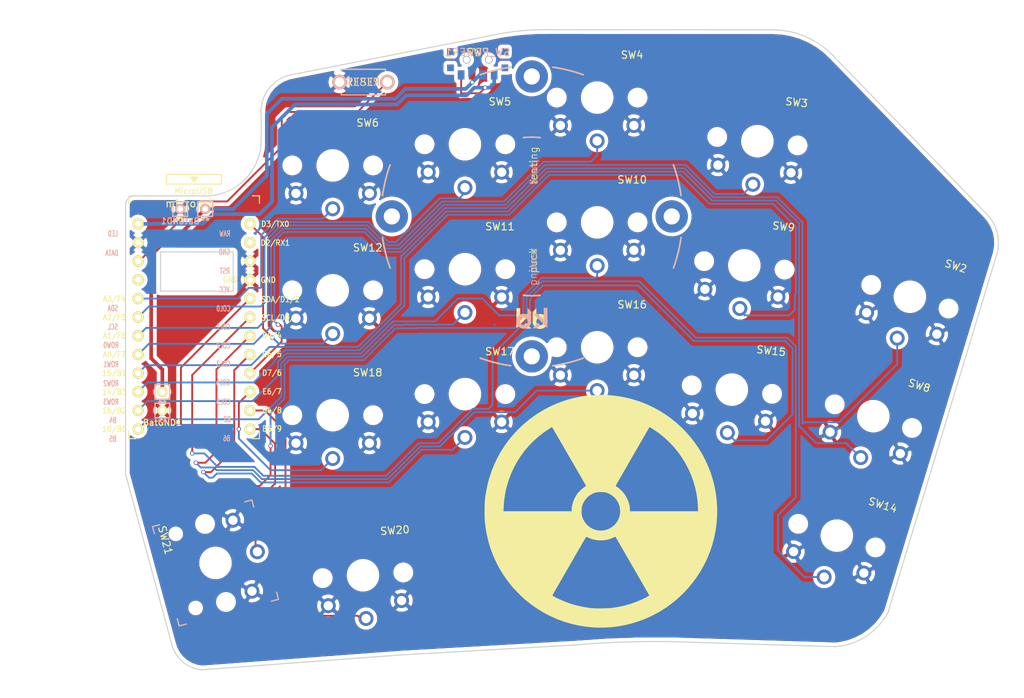
<source format=kicad_pcb>
(kicad_pcb (version 20171130) (host pcbnew 5.1.10)
  (title_block (title hypergolic) (date 2020-12-26) (rev 0.1) (company broomlabs))
  (layers (0 F.Cu signal) (31 B.Cu signal) (34 B.Paste user) (35 F.Paste user) (36 B.SilkS user hide) (37 F.SilkS user) (38 B.Mask user) (39 F.Mask user) (44 Edge.Cuts user))
  (net 0 "")
  (net 1 reset)
  (net 2 BT+)
  (net 3 gnd)
  (net 4 vcc)
  (net 5 Switch18)
  (net 6 Switch1)
  (net 7 Switch2)
  (net 8 Switch3)
  (net 9 Switch4)
  (net 10 Switch5)
  (net 11 Switch6)
  (net 12 Switch7)
  (net 13 Switch8)
  (net 14 Switch9)
  (net 15 Switch10)
  (net 16 Switch11)
  (net 17 Switch12)
  (net 18 Switch13)
  (net 19 Switch14)
  (net 20 Switch15)
  (net 21 Switch16)
  (net 22 Switch17)
  (net 23 "Net-(SW_POWER1-Pad1)")
  (net 24 raw)
  (module Kailh:SW_PG1350_rev_DPB2 (layer B.Cu) (at 77.26 72.189 180)
    (fp_text reference SW17 hide)
    (fp_text value SW_Push hide)
    (fp_text user %R (at -4.76 5.8) (layer F.SilkS))
    (pad 2 thru_hole circle (at 5 -3.8 180) (size 2.032 2.032) (drill 1.27) (layers *.Cu *.Mask) (net 3 gnd))
    (pad "" np_thru_hole circle (at 0 0 180) (size 3.429 3.429) (drill 3.429) (layers *.Cu *.Mask))
    (pad 2 thru_hole circle (at -5 -3.8 180) (size 2.032 2.032) (drill 1.27) (layers *.Cu *.Mask) (net 3 gnd))
    (pad 1 thru_hole circle (at 0 -5.9 180) (size 2.032 2.032) (drill 1.27) (layers *.Cu *.Mask) (net 19 Switch14))
    (pad "" np_thru_hole circle (at 5.5 0 180) (size 1.7018 1.7018) (drill 1.7018) (layers *.Cu *.Mask))
    (pad "" np_thru_hole circle (at -5.5 0 180) (size 1.7018 1.7018) (drill 1.7018) (layers *.Cu *.Mask))
  )
  (module Kailh:SW_PG1350_rev_DPB2 (layer B.Cu) (at 59.26 58.064 180)
    (fp_text reference SW12 hide)
    (fp_text value SW_Push hide)
    (fp_text user %R (at -4.76 5.8) (layer F.SilkS))
    (pad 2 thru_hole circle (at 5 -3.8 180) (size 2.032 2.032) (drill 1.27) (layers *.Cu *.Mask) (net 3 gnd))
    (pad "" np_thru_hole circle (at 0 0 180) (size 3.429 3.429) (drill 3.429) (layers *.Cu *.Mask))
    (pad 2 thru_hole circle (at -5 -3.8 180) (size 2.032 2.032) (drill 1.27) (layers *.Cu *.Mask) (net 3 gnd))
    (pad 1 thru_hole circle (at 0 -5.9 180) (size 2.032 2.032) (drill 1.27) (layers *.Cu *.Mask) (net 15 Switch10))
    (pad "" np_thru_hole circle (at 5.5 0 180) (size 1.7018 1.7018) (drill 1.7018) (layers *.Cu *.Mask))
    (pad "" np_thru_hole circle (at -5.5 0 180) (size 1.7018 1.7018) (drill 1.7018) (layers *.Cu *.Mask))
  )
  (module Kailh:SW_PG1350_rev_DPB2 (layer B.Cu) (at 59.26 75.064 180)
    (fp_text reference SW18 hide)
    (fp_text value SW_Push hide)
    (fp_text user %R (at -4.76 5.8) (layer F.SilkS))
    (pad 2 thru_hole circle (at 5 -3.8 180) (size 2.032 2.032) (drill 1.27) (layers *.Cu *.Mask) (net 3 gnd))
    (pad "" np_thru_hole circle (at 0 0 180) (size 3.429 3.429) (drill 3.429) (layers *.Cu *.Mask))
    (pad 2 thru_hole circle (at -5 -3.8 180) (size 2.032 2.032) (drill 1.27) (layers *.Cu *.Mask) (net 3 gnd))
    (pad 1 thru_hole circle (at 0 -5.9 180) (size 2.032 2.032) (drill 1.27) (layers *.Cu *.Mask) (net 20 Switch15))
    (pad "" np_thru_hole circle (at 5.5 0 180) (size 1.7018 1.7018) (drill 1.7018) (layers *.Cu *.Mask))
    (pad "" np_thru_hole circle (at -5.5 0 180) (size 1.7018 1.7018) (drill 1.7018) (layers *.Cu *.Mask))
  )
  (module Kailh:SW_PG1350_rev_DPB2 (layer B.Cu) (at 117.073725 37.758733 174)
    (fp_text reference SW3 hide)
    (fp_text value SW_Push hide)
    (fp_text user %R (at -4.76 5.8 354) (layer F.SilkS))
    (pad 2 thru_hole circle (at 5 -3.8 174) (size 2.032 2.032) (drill 1.27) (layers *.Cu *.Mask) (net 3 gnd))
    (pad "" np_thru_hole circle (at 0 0 174) (size 3.429 3.429) (drill 3.429) (layers *.Cu *.Mask))
    (pad 2 thru_hole circle (at -5 -3.8 174) (size 2.032 2.032) (drill 1.27) (layers *.Cu *.Mask) (net 3 gnd))
    (pad 1 thru_hole circle (at 0 -5.9 174) (size 2.032 2.032) (drill 1.27) (layers *.Cu *.Mask) (net 7 Switch2))
    (pad "" np_thru_hole circle (at 5.5 0 174) (size 1.7018 1.7018) (drill 1.7018) (layers *.Cu *.Mask))
    (pad "" np_thru_hole circle (at -5.5 0 174) (size 1.7018 1.7018) (drill 1.7018) (layers *.Cu *.Mask))
  )
  (module Kailh:SW_PG1350_rev_DPB2 (layer B.Cu) (at 63.383714 96.856146 184)
    (fp_text reference SW20 hide)
    (fp_text value SW_Push hide)
    (fp_text user %R (at -4.76 5.8 184) (layer F.SilkS))
    (pad 2 thru_hole circle (at 5 -3.8 184) (size 2.032 2.032) (drill 1.27) (layers *.Cu *.Mask) (net 3 gnd))
    (pad "" np_thru_hole circle (at 0 0 184) (size 3.429 3.429) (drill 3.429) (layers *.Cu *.Mask))
    (pad 2 thru_hole circle (at -5 -3.8 184) (size 2.032 2.032) (drill 1.27) (layers *.Cu *.Mask) (net 3 gnd))
    (pad 1 thru_hole circle (at 0 -5.9 184) (size 2.032 2.032) (drill 1.27) (layers *.Cu *.Mask) (net 21 Switch16))
    (pad "" np_thru_hole circle (at 5.5 0 184) (size 1.7018 1.7018) (drill 1.7018) (layers *.Cu *.Mask))
    (pad "" np_thru_hole circle (at -5.5 0 184) (size 1.7018 1.7018) (drill 1.7018) (layers *.Cu *.Mask))
  )
  (module Kailh:SW_PG1350_rev_DPB2 (layer B.Cu) (at 95.26 65.814 180)
    (fp_text reference SW16 hide)
    (fp_text value SW_Push hide)
    (fp_text user %R (at -4.76 5.8) (layer F.SilkS))
    (pad 2 thru_hole circle (at 5 -3.8 180) (size 2.032 2.032) (drill 1.27) (layers *.Cu *.Mask) (net 3 gnd))
    (pad "" np_thru_hole circle (at 0 0 180) (size 3.429 3.429) (drill 3.429) (layers *.Cu *.Mask))
    (pad 2 thru_hole circle (at -5 -3.8 180) (size 2.032 2.032) (drill 1.27) (layers *.Cu *.Mask) (net 3 gnd))
    (pad 1 thru_hole circle (at 0 -5.9 180) (size 2.032 2.032) (drill 1.27) (layers *.Cu *.Mask) (net 18 Switch13))
    (pad "" np_thru_hole circle (at 5.5 0 180) (size 1.7018 1.7018) (drill 1.7018) (layers *.Cu *.Mask))
    (pad "" np_thru_hole circle (at -5.5 0 180) (size 1.7018 1.7018) (drill 1.7018) (layers *.Cu *.Mask))
  )
  (module Kailh:SW_PG1350_rev_DPB2 (layer B.Cu) (at 113.599306 71.577387 174)
    (fp_text reference SW15 hide)
    (fp_text value SW_Push hide)
    (fp_text user %R (at -4.76 5.8 354) (layer F.SilkS))
    (pad 2 thru_hole circle (at 5 -3.8 174) (size 2.032 2.032) (drill 1.27) (layers *.Cu *.Mask) (net 3 gnd))
    (pad "" np_thru_hole circle (at 0 0 174) (size 3.429 3.429) (drill 3.429) (layers *.Cu *.Mask))
    (pad 2 thru_hole circle (at -5 -3.8 174) (size 2.032 2.032) (drill 1.27) (layers *.Cu *.Mask) (net 3 gnd))
    (pad 1 thru_hole circle (at 0 -5.9 174) (size 2.032 2.032) (drill 1.27) (layers *.Cu *.Mask) (net 17 Switch12))
    (pad "" np_thru_hole circle (at 5.5 0 174) (size 1.7018 1.7018) (drill 1.7018) (layers *.Cu *.Mask))
    (pad "" np_thru_hole circle (at -5.5 0 174) (size 1.7018 1.7018) (drill 1.7018) (layers *.Cu *.Mask))
  )
  (module Kailh:SW_PG1350_rev_DPB2 (layer B.Cu) (at 77.26 55.184 180)
    (fp_text reference SW11 hide)
    (fp_text value SW_Push hide)
    (fp_text user %R (at -4.76 5.8) (layer F.SilkS))
    (pad 2 thru_hole circle (at 5 -3.8 180) (size 2.032 2.032) (drill 1.27) (layers *.Cu *.Mask) (net 3 gnd))
    (pad "" np_thru_hole circle (at 0 0 180) (size 3.429 3.429) (drill 3.429) (layers *.Cu *.Mask))
    (pad 2 thru_hole circle (at -5 -3.8 180) (size 2.032 2.032) (drill 1.27) (layers *.Cu *.Mask) (net 3 gnd))
    (pad 1 thru_hole circle (at 0 -5.9 180) (size 2.032 2.032) (drill 1.27) (layers *.Cu *.Mask) (net 14 Switch9))
    (pad "" np_thru_hole circle (at 5.5 0 180) (size 1.7018 1.7018) (drill 1.7018) (layers *.Cu *.Mask))
    (pad "" np_thru_hole circle (at -5.5 0 180) (size 1.7018 1.7018) (drill 1.7018) (layers *.Cu *.Mask))
  )
  (module Kailh:SW_PG1350_rev_DPB2 (layer B.Cu) (at 95.26 48.814 180)
    (fp_text reference SW10 hide)
    (fp_text value SW_Push hide)
    (fp_text user %R (at -4.76 5.8) (layer F.SilkS))
    (pad 2 thru_hole circle (at 5 -3.8 180) (size 2.032 2.032) (drill 1.27) (layers *.Cu *.Mask) (net 3 gnd))
    (pad "" np_thru_hole circle (at 0 0 180) (size 3.429 3.429) (drill 3.429) (layers *.Cu *.Mask))
    (pad 2 thru_hole circle (at -5 -3.8 180) (size 2.032 2.032) (drill 1.27) (layers *.Cu *.Mask) (net 3 gnd))
    (pad 1 thru_hole circle (at 0 -5.9 180) (size 2.032 2.032) (drill 1.27) (layers *.Cu *.Mask) (net 13 Switch8))
    (pad "" np_thru_hole circle (at 5.5 0 180) (size 1.7018 1.7018) (drill 1.7018) (layers *.Cu *.Mask))
    (pad "" np_thru_hole circle (at -5.5 0 180) (size 1.7018 1.7018) (drill 1.7018) (layers *.Cu *.Mask))
  )
  (module Kailh:SW_PG1350_rev_DPB2 (layer B.Cu) (at 115.296801 54.665619 174)
    (fp_text reference SW9 hide)
    (fp_text value SW_Push hide)
    (fp_text user %R (at -4.76 5.8 354) (layer F.SilkS))
    (pad 2 thru_hole circle (at 5 -3.8 174) (size 2.032 2.032) (drill 1.27) (layers *.Cu *.Mask) (net 3 gnd))
    (pad "" np_thru_hole circle (at 0 0 174) (size 3.429 3.429) (drill 3.429) (layers *.Cu *.Mask))
    (pad 2 thru_hole circle (at -5 -3.8 174) (size 2.032 2.032) (drill 1.27) (layers *.Cu *.Mask) (net 3 gnd))
    (pad 1 thru_hole circle (at 0 -5.9 174) (size 2.032 2.032) (drill 1.27) (layers *.Cu *.Mask) (net 12 Switch7))
    (pad "" np_thru_hole circle (at 5.5 0 174) (size 1.7018 1.7018) (drill 1.7018) (layers *.Cu *.Mask))
    (pad "" np_thru_hole circle (at -5.5 0 174) (size 1.7018 1.7018) (drill 1.7018) (layers *.Cu *.Mask))
  )
  (module Kailh:SW_PG1350_rev_DPB2 (layer B.Cu) (at 77.26 38.184 180)
    (fp_text reference SW5 hide)
    (fp_text value SW_Push hide)
    (fp_text user %R (at -4.76 5.8) (layer F.SilkS))
    (pad 2 thru_hole circle (at 5 -3.8 180) (size 2.032 2.032) (drill 1.27) (layers *.Cu *.Mask) (net 3 gnd))
    (pad "" np_thru_hole circle (at 0 0 180) (size 3.429 3.429) (drill 3.429) (layers *.Cu *.Mask))
    (pad 2 thru_hole circle (at -5 -3.8 180) (size 2.032 2.032) (drill 1.27) (layers *.Cu *.Mask) (net 3 gnd))
    (pad 1 thru_hole circle (at 0 -5.9 180) (size 2.032 2.032) (drill 1.27) (layers *.Cu *.Mask) (net 9 Switch4))
    (pad "" np_thru_hole circle (at 5.5 0 180) (size 1.7018 1.7018) (drill 1.7018) (layers *.Cu *.Mask))
    (pad "" np_thru_hole circle (at -5.5 0 180) (size 1.7018 1.7018) (drill 1.7018) (layers *.Cu *.Mask))
  )
  (module Kailh:SW_PG1350_rev_DPB2 (layer B.Cu) (at 95.26 31.824 180)
    (fp_text reference SW4 hide)
    (fp_text value SW_Push hide)
    (fp_text user %R (at -4.76 5.8) (layer F.SilkS))
    (pad 2 thru_hole circle (at 5 -3.8 180) (size 2.032 2.032) (drill 1.27) (layers *.Cu *.Mask) (net 3 gnd))
    (pad "" np_thru_hole circle (at 0 0 180) (size 3.429 3.429) (drill 3.429) (layers *.Cu *.Mask))
    (pad 2 thru_hole circle (at -5 -3.8 180) (size 2.032 2.032) (drill 1.27) (layers *.Cu *.Mask) (net 3 gnd))
    (pad 1 thru_hole circle (at 0 -5.9 180) (size 2.032 2.032) (drill 1.27) (layers *.Cu *.Mask) (net 8 Switch3))
    (pad "" np_thru_hole circle (at 5.5 0 180) (size 1.7018 1.7018) (drill 1.7018) (layers *.Cu *.Mask))
    (pad "" np_thru_hole circle (at -5.5 0 180) (size 1.7018 1.7018) (drill 1.7018) (layers *.Cu *.Mask))
  )
  (module Kailh:SW_PG1350_rev_DPB2 (layer B.Cu) (at 59.26 41.064 180)
    (fp_text reference SW6 hide)
    (fp_text value SW_Push hide)
    (fp_text user %R (at -4.76 5.8) (layer F.SilkS))
    (pad 2 thru_hole circle (at 5 -3.8 180) (size 2.032 2.032) (drill 1.27) (layers *.Cu *.Mask) (net 3 gnd))
    (pad "" np_thru_hole circle (at 0 0 180) (size 3.429 3.429) (drill 3.429) (layers *.Cu *.Mask))
    (pad 2 thru_hole circle (at -5 -3.8 180) (size 2.032 2.032) (drill 1.27) (layers *.Cu *.Mask) (net 3 gnd))
    (pad 1 thru_hole circle (at 0 -5.9 180) (size 2.032 2.032) (drill 1.27) (layers *.Cu *.Mask) (net 10 Switch5))
    (pad "" np_thru_hole circle (at 5.5 0 180) (size 1.7018 1.7018) (drill 1.7018) (layers *.Cu *.Mask))
    (pad "" np_thru_hole circle (at -5.5 0 180) (size 1.7018 1.7018) (drill 1.7018) (layers *.Cu *.Mask))
  )
  (module Kailh:SW_PG1350_rev_DPB2 (layer B.Cu) (at 127.888988 91.454224 163)
    (fp_text reference SW14 hide)
    (fp_text value SW_Push hide)
    (fp_text user %R (at -4.760001 5.8 343) (layer F.SilkS))
    (pad 2 thru_hole circle (at 5 -3.8 163) (size 2.032 2.032) (drill 1.27) (layers *.Cu *.Mask) (net 3 gnd))
    (pad "" np_thru_hole circle (at 0 0 163) (size 3.429 3.429) (drill 3.429) (layers *.Cu *.Mask))
    (pad 2 thru_hole circle (at -5 -3.8 163) (size 2.032 2.032) (drill 1.27) (layers *.Cu *.Mask) (net 3 gnd))
    (pad 1 thru_hole circle (at 0 -5.9 163) (size 2.032 2.032) (drill 1.27) (layers *.Cu *.Mask) (net 16 Switch11))
    (pad "" np_thru_hole circle (at 5.5 0 163) (size 1.7018 1.7018) (drill 1.7018) (layers *.Cu *.Mask))
    (pad "" np_thru_hole circle (at -5.5 0 163) (size 1.7018 1.7018) (drill 1.7018) (layers *.Cu *.Mask))
  )
  (module Kailh:SW_PG1350_rev_DPB2 (layer B.Cu) (at 132.860751 75.192229 163)
    (fp_text reference SW8 hide)
    (fp_text value SW_Push hide)
    (fp_text user %R (at -4.760001 5.8 343) (layer F.SilkS))
    (pad 2 thru_hole circle (at 5 -3.8 163) (size 2.032 2.032) (drill 1.27) (layers *.Cu *.Mask) (net 3 gnd))
    (pad "" np_thru_hole circle (at 0 0 163) (size 3.429 3.429) (drill 3.429) (layers *.Cu *.Mask))
    (pad 2 thru_hole circle (at -5 -3.8 163) (size 2.032 2.032) (drill 1.27) (layers *.Cu *.Mask) (net 3 gnd))
    (pad 1 thru_hole circle (at 0 -5.9 163) (size 2.032 2.032) (drill 1.27) (layers *.Cu *.Mask) (net 11 Switch6))
    (pad "" np_thru_hole circle (at 5.5 0 163) (size 1.7018 1.7018) (drill 1.7018) (layers *.Cu *.Mask))
    (pad "" np_thru_hole circle (at -5.5 0 163) (size 1.7018 1.7018) (drill 1.7018) (layers *.Cu *.Mask))
  )
  (module Kailh:SW_PG1350_rev_DPB2 (layer B.Cu) (at 137.831046 58.935086 163)
    (fp_text reference SW2 hide)
    (fp_text value SW_Push hide)
    (fp_text user %R (at -4.760001 5.8 343) (layer F.SilkS))
    (pad 2 thru_hole circle (at 5 -3.8 163) (size 2.032 2.032) (drill 1.27) (layers *.Cu *.Mask) (net 3 gnd))
    (pad "" np_thru_hole circle (at 0 0 163) (size 3.429 3.429) (drill 3.429) (layers *.Cu *.Mask))
    (pad 2 thru_hole circle (at -5 -3.8 163) (size 2.032 2.032) (drill 1.27) (layers *.Cu *.Mask) (net 3 gnd))
    (pad 1 thru_hole circle (at 0 -5.9 163) (size 2.032 2.032) (drill 1.27) (layers *.Cu *.Mask) (net 6 Switch1))
    (pad "" np_thru_hole circle (at 5.5 0 163) (size 1.7018 1.7018) (drill 1.7018) (layers *.Cu *.Mask))
    (pad "" np_thru_hole circle (at -5.5 0 163) (size 1.7018 1.7018) (drill 1.7018) (layers *.Cu *.Mask))
  )
  (module kbd:Tenting_Puck2 (layer B.Cu) (at 86.36 48.006 180)
    (fp_text reference REF**)
    (fp_text value "Tenting Puck")
    (fp_text user tenting (at -0.1905 -6.858 270) (layer B.SilkS) (effects (font (thickness 0.1)) (justify mirror)))
    (fp_text user puck (at -0.254 6.0325 270) (layer B.SilkS) (effects (font (thickness 0.1)) (justify mirror)))
    (fp_text user tenting (at -0.254 6.9215 270) (layer F.SilkS) (effects (font (thickness 0.1))))
    (fp_text user puck (at -0.1905 -6.0325 90 unlocked) (layer F.SilkS) (effects (font (thickness 0.1))))
    (pad 1 thru_hole circle (at 0 19.05 180) (size 4.4 4.4) (drill 2.2) (layers *.Cu *.Mask))
    (pad 1 thru_hole circle (at 19.05 0 180) (size 4.4 4.4) (drill 2.2) (layers *.Cu *.Mask))
    (pad 1 thru_hole circle (at 0 -19.05 180) (size 4.4 4.4) (drill 2.2) (layers *.Cu *.Mask))
    (pad 1 thru_hole circle (at -19.05 0 180) (size 4.4 4.4) (drill 2.2) (layers *.Cu *.Mask))
  )
  (module kbd:nuclearxxx (layer F.Cu) (at 95.758 88.138)
    (fp_text reference G*** hide)
    (fp_text value LOGO hide)
  )
  (module kbd:nuclearxwxx (layer F.Cu) (at 95.758 88.138)
    (fp_text reference G*** hide)
    (fp_text value LOGO hide)
  )
  (module Kailh:SW_PG1350_15_reversible_b2 (layer B.Cu) (at 43.306288 95.174258 285)
    (fp_text reference SW21 hide)
    (fp_text value SW_Push hide)
    (fp_text user %R (at -4.76 5.8 105) (layer F.SilkS))
    (pad "" np_thru_hole circle (at -5.5 0 285) (size 1.7018 1.7018) (drill 1.7018) (layers *.Cu *.Mask))
    (pad "" np_thru_hole circle (at 5.5 0 285) (size 1.7018 1.7018) (drill 1.7018) (layers *.Cu *.Mask))
    (pad "" np_thru_hole circle (at 5.22 4.2 285) (size 0.9906 0.9906) (drill 0.9906) (layers *.Cu *.Mask))
    (pad 1 thru_hole circle (at 0 -5.9 285) (size 2.032 2.032) (drill 1.27) (layers *.Cu *.Mask) (net 22 Switch17))
    (pad 2 thru_hole circle (at -5 -3.8 285) (size 2.032 2.032) (drill 1.27) (layers *.Cu *.Mask) (net 3 gnd))
    (pad "" np_thru_hole circle (at 0 0 285) (size 3.429 3.429) (drill 3.429) (layers *.Cu *.Mask))
    (pad 2 thru_hole circle (at 5 -3.8 285) (size 2.032 2.032) (drill 1.27) (layers *.Cu *.Mask) (net 3 gnd))
    (pad "" np_thru_hole circle (at -5.22 4.2 285) (size 0.9906 0.9906) (drill 0.9906) (layers *.Cu *.Mask))
  )
  (module Kailh:SPDT_C128955r (layer F.Cu) (at 78.994 26.67)
    (fp_text reference SW2 (at 0 -1) (layer F.SilkS))
    (fp_text value SW_SPDT)
    (pad 2 smd rect (at -0.75 2.075) (size 0.9 1.25) (layers F.Cu F.Paste F.Mask) (net 2 BT+))
    (pad 3 smd rect (at -2.25 2.075) (size 0.9 1.25) (layers F.Cu F.Paste F.Mask) (net 24 raw))
    (pad 1 smd rect (at 2.25 2.075) (size 0.9 1.25) (layers F.Cu F.Paste F.Mask))
    (pad 0 smd rect (at 3.7 -1.1) (size 0.9 0.9) (layers F.Cu F.Paste F.Mask))
    (pad 0 smd rect (at 3.7 1.1) (size 0.9 0.9) (layers F.Cu F.Paste F.Mask))
    (pad 0 smd rect (at -3.7 1.1) (size 0.9 0.9) (layers F.Cu F.Paste F.Mask))
    (pad 0 smd rect (at -3.7 -1.1) (size 0.9 0.9) (layers F.Cu F.Paste F.Mask))
  )
  (module kbd:1pin_conn (layer F.Cu) (at 36.068 71.882)
    (fp_text reference ** (at 0 1.651) (layer F.SilkS) (effects (font (size 0.8128 0.8128))))
    (fp_text value Val** hide)
    (fp_text user ** (at 0 1.651) (layer B.SilkS) (effects (font (size 0.8128 0.8128)) (justify mirror)))
    (pad 1 thru_hole circle (at 0 0) (size 1.397 1.397) (drill 0.8128) (layers *.Cu *.Mask F.SilkS) (net 2 BT+))
  )
  (module kbd:1pin_conn (layer F.Cu) (at 36.068 74.422)
    (fp_text reference BatGND1 (at 0 1.651) (layer F.SilkS) (effects (font (size 0.8128 0.8128))))
    (fp_text value MountingHole_Pad hide)
    (fp_text user ** (at 0 1.651) (layer B.SilkS) (effects (font (size 0.8128 0.8128)) (justify mirror)))
    (pad 1 thru_hole circle (at 0 0) (size 1.397 1.397) (drill 0.8128) (layers *.Cu *.Mask F.SilkS) (net 3 gnd))
  )
  (module kbd:ProMicro_DPB (layer F.Cu) (at 40.386 63.5)
    (fp_text reference U1 hide)
    (fp_text value ProMicro-kbd hide)
    (fp_text user MicroUSB (at -0.05 -18.95) (layer F.SilkS) (effects (font (size 0.75 0.75) (thickness 0.12))))
    (fp_text user B4/8 (at 10.605 10.9 unlocked) (layer F.SilkS) (effects (font (size 0.75 0.67) (thickness 0.125))))
    (fp_text user D2/RX1 (at 11.055 -11.9 unlocked) (layer F.SilkS) (effects (font (size 0.75 0.67) (thickness 0.125))))
    (fp_text user B5/9 (at 10.605 13.4 unlocked) (layer F.SilkS) (effects (font (size 0.75 0.67) (thickness 0.125))))
    (fp_text user C6/5 (at 10.605 3.25 unlocked) (layer F.SilkS) (effects (font (size 0.75 0.67) (thickness 0.125))))
    (fp_text user SCL/D0/3 (at 11.755 -1.7 unlocked) (layer F.SilkS) (effects (font (size 0.75 0.67) (thickness 0.125))))
    (fp_text user SDA/D1/2 (at 11.755 -4.2 unlocked) (layer F.SilkS) (effects (font (size 0.75 0.67) (thickness 0.125))))
    (fp_text user D4/4 (at 10.605 0.7 unlocked) (layer F.SilkS) (effects (font (size 0.75 0.67) (thickness 0.125))))
    (fp_text user D3/TX0 (at 11.055 -14.45 unlocked) (layer F.SilkS) (effects (font (size 0.75 0.67) (thickness 0.125))))
    (fp_text user GND (at 4.955 -6.9 unlocked) (layer F.SilkS) (effects (font (size 0.75 0.67) (thickness 0.125))))
    (fp_text user GND (at 10.105 -6.85 unlocked) (layer F.SilkS) (effects (font (size 0.75 0.67) (thickness 0.125))))
    (fp_text user D7/6 (at 10.605 5.8 unlocked) (layer F.SilkS) (effects (font (size 0.75 0.67) (thickness 0.125))))
    (fp_text user E6/7 (at 10.605 8.35 unlocked) (layer F.SilkS) (effects (font (size 0.75 0.67) (thickness 0.125))))
    (fp_text user 16/B2 (at -10.845 10.95 unlocked) (layer F.SilkS) (effects (font (size 0.75 0.67) (thickness 0.125))))
    (fp_text user 10/B6 (at -10.845 13.45 unlocked) (layer F.SilkS) (effects (font (size 0.75 0.67) (thickness 0.125))))
    (fp_text user 14/B3 (at -10.845 8.4 unlocked) (layer F.SilkS) (effects (font (size 0.75 0.67) (thickness 0.125))))
    (fp_text user 15/B1 (at -10.845 5.85 unlocked) (layer F.SilkS) (effects (font (size 0.75 0.67) (thickness 0.125))))
    (fp_text user A0/F7 (at -10.845 3.3 unlocked) (layer F.SilkS) (effects (font (size 0.75 0.67) (thickness 0.125))))
    (fp_text user A1/F6 (at -10.845 0.75 unlocked) (layer F.SilkS) (effects (font (size 0.75 0.67) (thickness 0.125))))
    (fp_text user A2/F5 (at -10.845 -1.75 unlocked) (layer F.SilkS) (effects (font (size 0.75 0.67) (thickness 0.125))))
    (fp_text user A3/F4 (at -10.845 -4.25 unlocked) (layer F.SilkS) (effects (font (size 0.75 0.67) (thickness 0.125))))
    (fp_text user VCC (at 4.1275 -5.5245 unlocked) (layer B.SilkS) (effects (font (size 0.75 0.5) (thickness 0.125)) (justify mirror)))
    (fp_text user RST (at 4.191 -8.0645 unlocked) (layer B.SilkS) (effects (font (size 0.75 0.5) (thickness 0.125)) (justify mirror)))
    (fp_text user GND (at 4.1275 -10.668 unlocked) (layer B.SilkS) (effects (font (size 0.75 0.5) (thickness 0.125)) (justify mirror)))
    (fp_text user RAW (at 4.191 -13.1445 unlocked) (layer B.SilkS) (effects (font (size 0.75 0.5) (thickness 0.125)) (justify mirror)))
    (fp_text user "" (at -0.545 -17.4) (layer F.SilkS))
    (fp_text user "" (at -1.2515 -16.256) (layer B.SilkS) (effects (justify mirror)))
    (fp_text user ROW1 (at -11.3 4.6355) (layer B.SilkS) (effects (font (size 0.75 0.5) (thickness 0.125)) (justify mirror)))
    (fp_text user COL4 (at 3.95 7.112) (layer B.SilkS) (effects (font (size 0.75 0.5) (thickness 0.125)) (justify mirror)))
    (fp_text user ROW2 (at -11.3 7.239) (layer B.SilkS) (effects (font (size 0.75 0.5) (thickness 0.125)) (justify mirror)))
    (fp_text user COL5 (at 4 9.75) (layer B.SilkS) (effects (font (size 0.75 0.5) (thickness 0.125)) (justify mirror)))
    (fp_text user ROW3 (at -11.3 9.75) (layer B.SilkS) (effects (font (size 0.75 0.5) (thickness 0.125)) (justify mirror)))
    (fp_text user B2 (at 4.5085 12.1285) (layer B.SilkS) (effects (font (size 0.75 0.5) (thickness 0.125)) (justify mirror)))
    (fp_text user B4 (at -11.049 12.2555) (layer B.SilkS) (effects (font (size 0.75 0.5) (thickness 0.125)) (justify mirror)))
    (fp_text user B5 (at -11.049 14.7955) (layer B.SilkS) (effects (font (size 0.75 0.5) (thickness 0.125)) (justify mirror)))
    (fp_text user B6 (at 4.445 14.732) (layer B.SilkS) (effects (font (size 0.75 0.5) (thickness 0.125)) (justify mirror)))
    (fp_text user COL0 (at 4 -2.95) (layer B.SilkS) (effects (font (size 0.75 0.5) (thickness 0.125)) (justify mirror)))
    (fp_text user SDA (at -11.049 -2.9845) (layer B.SilkS) (effects (font (size 0.75 0.5) (thickness 0.125)) (justify mirror)))
    (fp_text user COL1 (at 4 -0.4445) (layer B.SilkS) (effects (font (size 0.75 0.5) (thickness 0.125)) (justify mirror)))
    (fp_text user SCL (at -11.049 -0.4445) (layer B.SilkS) (effects (font (size 0.75 0.5) (thickness 0.125)) (justify mirror)))
    (fp_text user COL2 (at 4 2.1) (layer B.SilkS) (effects (font (size 0.75 0.5) (thickness 0.125)) (justify mirror)))
    (fp_text user ROW0 (at -11.3 2.032) (layer B.SilkS) (effects (font (size 0.75 0.5) (thickness 0.125)) (justify mirror)))
    (fp_text user COL3 (at 4 4.6) (layer B.SilkS) (effects (font (size 0.75 0.5) (thickness 0.125)) (justify mirror)))
    (fp_text user DATA (at -11.2 -10.5) (layer B.SilkS) (effects (font (size 0.75 0.5) (thickness 0.125)) (justify mirror)))
    (fp_text user LED (at -11.049 -13.1445) (layer B.SilkS) (effects (font (size 0.75 0.5) (thickness 0.125)) (justify mirror)))
    (fp_text user | (at -1.2065 -16.256) (layer B.SilkS) (effects (justify mirror)))
    (fp_text user microusb (at -0.5 -17.25) (layer F.SilkS))
    (pad 1 thru_hole circle (at 7.6114 -14.478) (size 1.524 1.524) (drill 0.8128) (layers *.Cu *.Mask F.SilkS) (net 15 Switch10))
    (pad 2 thru_hole circle (at 7.6114 -11.938) (size 1.524 1.524) (drill 0.8128) (layers *.Cu *.Mask F.SilkS) (net 5 Switch18))
    (pad 3 thru_hole circle (at 7.6114 -9.398) (size 1.524 1.524) (drill 0.8128) (layers *.Cu *.Mask F.SilkS) (net 3 gnd))
    (pad 4 thru_hole circle (at 7.6114 -6.858) (size 1.524 1.524) (drill 0.8128) (layers *.Cu *.Mask F.SilkS) (net 3 gnd))
    (pad 5 thru_hole circle (at 7.6114 -4.318) (size 1.524 1.524) (drill 0.8128) (layers *.Cu *.Mask F.SilkS) (net 16 Switch11))
    (pad 6 thru_hole circle (at 7.6114 -1.778) (size 1.524 1.524) (drill 0.8128) (layers *.Cu *.Mask F.SilkS) (net 17 Switch12))
    (pad 7 thru_hole circle (at 7.6114 0.762) (size 1.524 1.524) (drill 0.8128) (layers *.Cu *.Mask F.SilkS) (net 18 Switch13))
    (pad 8 thru_hole circle (at 7.6114 3.302) (size 1.524 1.524) (drill 0.8128) (layers *.Cu *.Mask F.SilkS) (net 19 Switch14))
    (pad 9 thru_hole circle (at 7.6114 5.842) (size 1.524 1.524) (drill 0.8128) (layers *.Cu *.Mask F.SilkS) (net 6 Switch1))
    (pad 10 thru_hole circle (at 7.6114 8.382) (size 1.524 1.524) (drill 0.8128) (layers *.Cu *.Mask F.SilkS) (net 20 Switch15))
    (pad 11 thru_hole circle (at 7.6114 10.922) (size 1.524 1.524) (drill 0.8128) (layers *.Cu *.Mask F.SilkS) (net 21 Switch16))
    (pad 12 thru_hole circle (at 7.6114 13.462) (size 1.524 1.524) (drill 0.8128) (layers *.Cu *.Mask F.SilkS) (net 22 Switch17))
    (pad 13 thru_hole circle (at -7.6086 13.462) (size 1.524 1.524) (drill 0.8128) (layers *.Cu *.Mask F.SilkS) (net 14 Switch9))
    (pad 14 thru_hole circle (at -7.6086 10.922) (size 1.524 1.524) (drill 0.8128) (layers *.Cu *.Mask F.SilkS) (net 13 Switch8))
    (pad 15 thru_hole circle (at -7.6086 8.382) (size 1.524 1.524) (drill 0.8128) (layers *.Cu *.Mask F.SilkS) (net 12 Switch7))
    (pad 16 thru_hole circle (at -7.6086 5.842) (size 1.524 1.524) (drill 0.8128) (layers *.Cu *.Mask F.SilkS) (net 11 Switch6))
    (pad 17 thru_hole circle (at -7.6086 3.302) (size 1.524 1.524) (drill 0.8128) (layers *.Cu *.Mask F.SilkS) (net 7 Switch2))
    (pad 18 thru_hole circle (at -7.6086 0.762) (size 1.524 1.524) (drill 0.8128) (layers *.Cu *.Mask F.SilkS) (net 8 Switch3))
    (pad 19 thru_hole circle (at -7.6086 -1.778) (size 1.524 1.524) (drill 0.8128) (layers *.Cu *.Mask F.SilkS) (net 9 Switch4))
    (pad 20 thru_hole circle (at -7.6086 -4.318) (size 1.524 1.524) (drill 0.8128) (layers *.Cu *.Mask F.SilkS) (net 10 Switch5))
    (pad 21 thru_hole circle (at -7.6086 -6.858) (size 1.524 1.524) (drill 0.8128) (layers *.Cu *.Mask F.SilkS) (net 4 vcc))
    (pad 22 thru_hole circle (at -7.6086 -9.398) (size 1.524 1.524) (drill 0.8128) (layers *.Cu *.Mask F.SilkS) (net 1 reset))
    (pad 23 thru_hole circle (at -7.6086 -11.938) (size 1.524 1.524) (drill 0.8128) (layers *.Cu *.Mask F.SilkS) (net 3 gnd))
    (pad 24 thru_hole circle (at -7.6086 -14.478) (size 1.524 1.524) (drill 0.8128) (layers *.Cu *.Mask F.SilkS) (net 24 raw))
  )
  (module kbd:1pin_conn (layer B.Cu) (at 41.91 46.99 180)
    (fp_text reference ** (at 0 -1.651) (layer B.SilkS) (effects (font (size 0.8128 0.8128)) (justify mirror)))
    (fp_text value Val** hide)
    (fp_text user ** (at 0 -1.651) (layer F.SilkS) (effects (font (size 0.8128 0.8128))))
    (pad 1 thru_hole circle (at 0 0 180) (size 1.397 1.397) (drill 0.8128) (layers *.Cu *.Mask B.SilkS) (net 2 BT+))
  )
  (module Kailh:SPDT_C128955 (layer B.Cu) (at 78.994 26.67 180)
    (fp_text reference SW_POWER1 (at 0 1) (layer B.SilkS) (effects (justify mirror)))
    (fp_text value SW_SPDT)
    (pad 0 smd rect (at -3.7 1.1 180) (size 0.9 0.9) (layers B.Cu B.Paste B.Mask))
    (pad 0 smd rect (at -3.7 -1.1 180) (size 0.9 0.9) (layers B.Cu B.Paste B.Mask))
    (pad 0 smd rect (at 3.7 -1.1 180) (size 0.9 0.9) (layers B.Cu B.Paste B.Mask))
    (pad 0 smd rect (at 3.7 1.1 180) (size 0.9 0.9) (layers B.Cu B.Paste B.Mask))
    (pad 1 smd rect (at 2.25 -2.075 180) (size 0.9 1.25) (layers B.Cu B.Paste B.Mask) (net 23 "Net-(SW_POWER1-Pad1)"))
    (pad 3 smd rect (at -2.25 -2.075 180) (size 0.9 1.25) (layers B.Cu B.Paste B.Mask) (net 24 raw))
    (pad 2 smd rect (at -0.75 -2.075 180) (size 0.9 1.25) (layers B.Cu B.Paste B.Mask) (net 2 BT+))
    (pad "" np_thru_hole circle (at -1.5 0 180) (size 1 1) (drill 0.9) (layers *.Cu *.Mask))
    (pad "" np_thru_hole circle (at 1.5 0 180) (size 1 1) (drill 0.9) (layers *.Cu *.Mask))
  )
  (module kbd:ResetSW (layer B.Cu) (at 63.448 29.718 180)
    (fp_text reference RSW1 hide)
    (fp_text value SW_Push)
    (fp_text user RESET (at 0 0) (layer B.SilkS) (effects (justify mirror)))
    (fp_text user RESET (at 0.127 0) (layer F.SilkS))
    (pad 2 thru_hole circle (at -3.25 0 180) (size 2 2) (drill 1.3) (layers *.Cu *.Mask B.SilkS) (net 1 reset))
    (pad 1 thru_hole circle (at 3.25 0 180) (size 2 2) (drill 1.3) (layers *.Cu *.Mask B.SilkS) (net 3 gnd))
  )
  (module kbd:1pin_conn (layer B.Cu) (at 38.506 46.99 180)
    (fp_text reference BatGND1 (at 0 -1.651) (layer B.SilkS) (effects (font (size 0.8128 0.8128)) (justify mirror)))
    (fp_text value MountingHole_Pad hide)
    (fp_text user ** (at 0 -1.651) (layer F.SilkS) (effects (font (size 0.8128 0.8128))))
    (pad 1 thru_hole circle (at 0 0 180) (size 1.397 1.397) (drill 0.8128) (layers *.Cu *.Mask B.SilkS) (net 3 gnd))
  )
  (gr_line (start 45.72 52.832) (end 35.814 52.832) (layer Edge.Cuts) (width 0.15))
  (gr_line (start 45.72 58.166) (end 45.72 52.832) (layer Edge.Cuts) (width 0.15))
  (gr_line (start 35.814 58.166) (end 45.72 58.166) (layer Edge.Cuts) (width 0.15))
  (gr_line (start 35.814 52.832) (end 35.814 58.166) (layer Edge.Cuts) (width 0.15))
  (gr_line (start 68.58 107.696) (end 41.468179 109.712721) (layer Edge.Cuts) (width 0.15))
  (gr_line (start 92.447796 106.331441) (end 68.58 107.696) (layer Edge.Cuts) (width 0.15))
  (gr_arc (start 41.80488 105.140721) (end 41.468179 109.712721) (angle 72.78788107) (layer Edge.Cuts) (width 0.15))
  (gr_arc (start 88.368079 58.96879) (end 80.226393 23.495399) (angle 14.16454563) (layer Edge.Cuts) (width 0.15))
  (gr_arc (start 103.100718 229.109279) (end 105.808454 105.899903) (angle -6.21786713) (layer Edge.Cuts) (width 0.15))
  (gr_line (start 37.338 106.172) (end 31.05832 83.058) (angle 90) (layer Edge.Cuts) (width 0.15))
  (gr_line (start 89.154528 22.581567) (end 119.126 22.606) (angle 90) (layer Edge.Cuts) (width 0.15))
  (gr_line (start 127.752953 106.574416) (end 105.808454 105.899903) (layer Edge.Cuts) (width 0.15))
  (gr_arc (start 41.91 37.59061) (end 49.53 37.736151) (angle 90.81459567) (layer Edge.Cuts) (width 0.15))
  (gr_arc (start 54.627507 33.74391) (end 49.53 34.29) (angle 87.32605082) (layer Edge.Cuts) (width 0.15))
  (gr_arc (start 126.992097 97.695133) (end 134.874 101.854) (angle 57.28409331) (layer Edge.Cuts) (width 0.15))
  (gr_line (start 127.583515 26.34735) (end 148.254161 47.64932) (angle 90) (layer Edge.Cuts) (width 0.15))
  (gr_arc (start 144.313701 51.591296) (end 148.254161 47.64932) (angle 63.29582795) (layer Edge.Cuts) (width 0.15))
  (gr_line (start 49.53 37.736151) (end 49.53 34.29) (angle 90) (layer Edge.Cuts) (width 0.15))
  (gr_arc (start 32.32832 46.472) (end 31.05832 46.482) (angle 94.05555909) (layer Edge.Cuts) (width 0.15))
  (gr_arc (start 119.126 34.036) (end 119.126 22.606) (angle 47.72631099) (layer Edge.Cuts) (width 0.15))
  (gr_line (start 32.408164 45.204473) (end 41.656141 45.207771) (angle 90) (layer Edge.Cuts) (width 0.15))
  (gr_line (start 149.606 53.34) (end 134.874 101.854) (angle 90) (layer Edge.Cuts) (width 0.15))
  (gr_line (start 31.05832 83.058) (end 31.05832 46.482) (angle 90) (layer Edge.Cuts) (width 0.15))
  (gr_line (start 53.844201 28.67743) (end 80.226393 23.495399) (angle 90) (layer Edge.Cuts) (width 0.15))
  (segment (start 81.28 62.738) (end 81.279998 62.737998) (width 0.25) (layer B.Cu) (net 0))
  (segment (start 62.634 33.782) (end 53.086 33.782) (width 0.25) (layer F.Cu) (net 1))
  (segment (start 66.698 29.718) (end 62.634 33.782) (width 0.25) (layer F.Cu) (net 1))
  (segment (start 52.324 38.524816) (end 52.324 34.544) (width 0.25) (layer F.Cu) (net 1))
  (segment (start 44.882317 45.966499) (end 52.324 38.524816) (width 0.25) (layer F.Cu) (net 1))
  (segment (start 41.044283 45.966499) (end 44.882317 45.966499) (width 0.25) (layer F.Cu) (net 1))
  (segment (start 32.908782 54.102) (end 41.044283 45.966499) (width 0.25) (layer F.Cu) (net 1))
  (segment (start 32.7774 54.102) (end 32.908782 54.102) (width 0.25) (layer F.Cu) (net 1))
  (segment (start 52.324 34.544) (end 52.085047 34.782953) (width 0.25) (layer F.Cu) (net 1))
  (segment (start 53.086 33.782) (end 52.324 34.544) (width 0.25) (layer F.Cu) (net 1))
  (segment (start 79.273666 28.745) (end 79.744 28.745) (width 0.5) (layer B.Cu) (net 2))
  (segment (start 77.377333 30.641333) (end 78.266333 29.752333) (width 0.5) (layer B.Cu) (net 2))
  (segment (start 69.140647 30.641333) (end 77.377333 30.641333) (width 0.5) (layer B.Cu) (net 2))
  (segment (start 52.34401 31.98399) (end 67.79799 31.98399) (width 0.5) (layer B.Cu) (net 2))
  (segment (start 50.292 34.036) (end 52.34401 31.98399) (width 0.5) (layer B.Cu) (net 2))
  (segment (start 67.79799 31.98399) (end 69.140647 30.641333) (width 0.5) (layer B.Cu) (net 2))
  (segment (start 45.72 46.99) (end 50.292 42.418) (width 0.5) (layer B.Cu) (net 2))
  (segment (start 41.91 46.99) (end 45.72 46.99) (width 0.5) (layer B.Cu) (net 2))
  (segment (start 50.292 42.418) (end 50.292 34.036) (width 0.5) (layer B.Cu) (net 2))
  (segment (start 78.266333 29.752333) (end 79.273666 28.745) (width 0.5) (layer B.Cu) (net 2))
  (via (at 78.266333 29.752333) (size 0.6) (drill 0.4) (layers F.Cu B.Cu) (net 2))
  (segment (start 78.266333 28.767333) (end 78.244 28.745) (width 0.25) (layer F.Cu) (net 2))
  (segment (start 78.266333 29.752333) (end 78.266333 28.767333) (width 0.25) (layer F.Cu) (net 2))
  (segment (start 36.068 68.834) (end 36.068 71.882) (width 0.5) (layer F.Cu) (net 2))
  (segment (start 34.544 67.31) (end 36.068 68.834) (width 0.5) (layer F.Cu) (net 2))
  (segment (start 34.544 53.279968) (end 34.544 67.31) (width 0.5) (layer F.Cu) (net 2))
  (segment (start 36.261968 51.562) (end 34.544 53.279968) (width 0.5) (layer F.Cu) (net 2))
  (segment (start 36.322 51.562) (end 36.261968 51.562) (width 0.5) (layer F.Cu) (net 2))
  (segment (start 36.449 51.435) (end 36.322 51.562) (width 0.5) (layer F.Cu) (net 2))
  (segment (start 37.465 51.435) (end 36.449 51.435) (width 0.5) (layer F.Cu) (net 2))
  (segment (start 41.91 46.99) (end 37.465 51.435) (width 0.5) (layer F.Cu) (net 2))
  (via (at 51.816 62.738) (size 0.6) (drill 0.4) (layers F.Cu B.Cu) (net 6))
  (segment (start 52.3154 65.024) (end 47.9974 69.342) (width 0.25) (layer F.Cu) (net 6))
  (segment (start 51.816 62.738) (end 51.32434 62.24634) (width 0.25) (layer B.Cu) (net 6))
  (segment (start 52.07 62.738) (end 52.3154 62.9834) (width 0.25) (layer F.Cu) (net 6))
  (segment (start 51.816 62.738) (end 52.07 62.738) (width 0.25) (layer F.Cu) (net 6))
  (segment (start 52.3154 62.9834) (end 52.3154 65.024) (width 0.25) (layer F.Cu) (net 6))
  (segment (start 51.32434 52.56166) (end 51.32434 52.30766) (width 0.25) (layer B.Cu) (net 6))
  (segment (start 51.32434 62.24634) (end 51.32434 52.56166) (width 0.25) (layer B.Cu) (net 6))
  (segment (start 128.192672 76.023328) (end 136.106053 68.109947) (width 0.25) (layer B.Cu) (net 6))
  (segment (start 123.377692 76.023328) (end 128.192672 76.023328) (width 0.25) (layer B.Cu) (net 6))
  (segment (start 111.081771 45.391837) (end 119.813838 45.391838) (width 0.25) (layer B.Cu) (net 6))
  (segment (start 107.139967 41.450033) (end 111.081771 45.391837) (width 0.25) (layer B.Cu) (net 6))
  (segment (start 51.32434 52.56166) (end 51.32434 51.42289) (width 0.25) (layer B.Cu) (net 6))
  (segment (start 52.662835 50.122835) (end 52.688959 50.148959) (width 0.25) (layer B.Cu) (net 6))
  (segment (start 51.32434 51.42289) (end 52.624395 50.122835) (width 0.25) (layer B.Cu) (net 6))
  (segment (start 52.624395 50.122835) (end 52.662835 50.122835) (width 0.25) (layer B.Cu) (net 6))
  (segment (start 107.13001 41.45999) (end 107.139967 41.450033) (width 0.25) (layer B.Cu) (net 6))
  (segment (start 52.688959 50.148959) (end 53.103451 50.148959) (width 0.25) (layer B.Cu) (net 6))
  (segment (start 63.584835 50.122835) (end 66.294 52.832) (width 0.25) (layer B.Cu) (net 6))
  (segment (start 136.106053 68.109947) (end 136.106053 64.577284) (width 0.25) (layer B.Cu) (net 6))
  (segment (start 82.9228 46.87402) (end 88.33683 41.45999) (width 0.25) (layer B.Cu) (net 6))
  (segment (start 123.20102 48.77902) (end 123.20102 76.2) (width 0.25) (layer B.Cu) (net 6))
  (segment (start 53.103451 50.148959) (end 53.129575 50.122835) (width 0.25) (layer B.Cu) (net 6))
  (segment (start 53.129575 50.122835) (end 63.584835 50.122835) (width 0.25) (layer B.Cu) (net 6))
  (segment (start 119.813838 45.391838) (end 123.20102 48.77902) (width 0.25) (layer B.Cu) (net 6))
  (segment (start 66.294 52.832) (end 68.57718 52.832) (width 0.25) (layer B.Cu) (net 6))
  (segment (start 123.20102 76.2) (end 123.377692 76.023328) (width 0.25) (layer B.Cu) (net 6))
  (segment (start 68.57718 52.832) (end 74.53516 46.87402) (width 0.25) (layer B.Cu) (net 6))
  (segment (start 74.53516 46.87402) (end 82.9228 46.87402) (width 0.25) (layer B.Cu) (net 6))
  (segment (start 88.33683 41.45999) (end 107.13001 41.45999) (width 0.25) (layer B.Cu) (net 6))
  (segment (start 53.197175 49.672825) (end 52.943175 49.672825) (width 0.25) (layer B.Cu) (net 7))
  (segment (start 34.230399 65.349001) (end 32.7774 66.802) (width 0.25) (layer B.Cu) (net 7))
  (segment (start 48.519161 65.349001) (end 34.230399 65.349001) (width 0.25) (layer B.Cu) (net 7))
  (segment (start 50.87433 51.99567) (end 50.87433 62.993832) (width 0.25) (layer B.Cu) (net 7))
  (segment (start 50.87433 62.993832) (end 48.519161 65.349001) (width 0.25) (layer B.Cu) (net 7))
  (segment (start 53.197175 49.672825) (end 52.437995 49.672825) (width 0.25) (layer B.Cu) (net 7))
  (segment (start 50.87433 51.23649) (end 50.87433 51.99567) (width 0.25) (layer B.Cu) (net 7))
  (segment (start 52.437995 49.672825) (end 50.87433 51.23649) (width 0.25) (layer B.Cu) (net 7))
  (segment (start 111.268172 44.941828) (end 115.141591 44.941828) (width 0.25) (layer B.Cu) (net 7))
  (segment (start 107.326368 41.000024) (end 111.268172 44.941828) (width 0.25) (layer B.Cu) (net 7))
  (segment (start 115.141591 44.941828) (end 116.457007 43.626412) (width 0.25) (layer B.Cu) (net 7))
  (segment (start 88.160386 41.000024) (end 107.326368 41.000024) (width 0.25) (layer B.Cu) (net 7))
  (segment (start 82.7364 46.42401) (end 88.160386 41.000024) (width 0.25) (layer B.Cu) (net 7))
  (segment (start 66.4804 52.38199) (end 68.39078 52.38199) (width 0.25) (layer B.Cu) (net 7))
  (segment (start 63.771236 49.672826) (end 66.4804 52.38199) (width 0.25) (layer B.Cu) (net 7))
  (segment (start 74.34876 46.42401) (end 82.7364 46.42401) (width 0.25) (layer B.Cu) (net 7))
  (segment (start 68.39078 52.38199) (end 74.34876 46.42401) (width 0.25) (layer B.Cu) (net 7))
  (segment (start 53.197175 49.672825) (end 63.771236 49.672826) (width 0.25) (layer B.Cu) (net 7))
  (segment (start 32.7746 64.262) (end 32.7746 64.772202) (width 0.25) (layer B.Cu) (net 8))
  (segment (start 95.26 39.688028) (end 95.26 37.724) (width 0.25) (layer B.Cu) (net 8))
  (segment (start 94.398014 40.550014) (end 95.26 39.688028) (width 0.25) (layer B.Cu) (net 8))
  (segment (start 32.7774 64.262) (end 33.864401 63.174999) (width 0.25) (layer B.Cu) (net 8))
  (segment (start 33.864401 63.174999) (end 49.053437 63.174999) (width 0.25) (layer B.Cu) (net 8))
  (segment (start 63.957637 49.222817) (end 66.6668 51.93198) (width 0.25) (layer B.Cu) (net 8))
  (segment (start 87.973986 40.550014) (end 94.398014 40.550014) (width 0.25) (layer B.Cu) (net 8))
  (segment (start 49.053437 63.174999) (end 50.42432 61.804116) (width 0.25) (layer B.Cu) (net 8))
  (segment (start 50.42432 51.05009) (end 52.251595 49.222815) (width 0.25) (layer B.Cu) (net 8))
  (segment (start 74.16236 45.974) (end 82.55 45.974) (width 0.25) (layer B.Cu) (net 8))
  (segment (start 66.6668 51.93198) (end 68.20438 51.93198) (width 0.25) (layer B.Cu) (net 8))
  (segment (start 52.251595 49.222815) (end 62.791185 49.222815) (width 0.25) (layer B.Cu) (net 8))
  (segment (start 62.791185 49.222815) (end 63.957637 49.222817) (width 0.25) (layer B.Cu) (net 8))
  (segment (start 50.42432 61.804116) (end 50.42432 51.05009) (width 0.25) (layer B.Cu) (net 8))
  (segment (start 68.20438 51.93198) (end 74.16236 45.974) (width 0.25) (layer B.Cu) (net 8))
  (segment (start 82.55 45.974) (end 87.973986 40.550014) (width 0.25) (layer B.Cu) (net 8))
  (segment (start 77.26 44.77598) (end 77.26 44.084) (width 0.25) (layer B.Cu) (net 9))
  (segment (start 76.51199 45.52399) (end 77.26 44.77598) (width 0.25) (layer B.Cu) (net 9))
  (segment (start 62.733195 48.772805) (end 64.144038 48.772808) (width 0.25) (layer B.Cu) (net 9))
  (segment (start 49.458999 60.269001) (end 49.97431 59.75369) (width 0.25) (layer B.Cu) (net 9))
  (segment (start 66.8532 51.48197) (end 67.89803 51.48197) (width 0.25) (layer B.Cu) (net 9))
  (segment (start 49.97431 59.75369) (end 49.97431 50.86369) (width 0.25) (layer B.Cu) (net 9))
  (segment (start 64.144038 48.772808) (end 66.8532 51.48197) (width 0.25) (layer B.Cu) (net 9))
  (segment (start 49.97431 50.86369) (end 51.473209 49.364791) (width 0.25) (layer B.Cu) (net 9))
  (segment (start 51.473209 49.364791) (end 51.473209 49.192577) (width 0.25) (layer B.Cu) (net 9))
  (segment (start 51.473209 49.192577) (end 51.892981 48.772805) (width 0.25) (layer B.Cu) (net 9))
  (segment (start 51.892981 48.772805) (end 62.733195 48.772805) (width 0.25) (layer B.Cu) (net 9))
  (segment (start 32.7774 61.722) (end 34.230399 60.269001) (width 0.25) (layer B.Cu) (net 9))
  (segment (start 67.89803 51.48197) (end 73.85601 45.52399) (width 0.25) (layer B.Cu) (net 9))
  (segment (start 34.230399 60.269001) (end 49.458999 60.269001) (width 0.25) (layer B.Cu) (net 9))
  (segment (start 73.85601 45.52399) (end 76.51199 45.52399) (width 0.25) (layer B.Cu) (net 9))
  (segment (start 46.388638 59.182) (end 32.7774 59.182) (width 0.25) (layer B.Cu) (net 10))
  (segment (start 47.841637 57.729001) (end 46.388638 59.182) (width 0.25) (layer B.Cu) (net 10))
  (segment (start 49.447599 57.729001) (end 47.841637 57.729001) (width 0.25) (layer B.Cu) (net 10))
  (segment (start 49.5243 57.6523) (end 49.447599 57.729001) (width 0.25) (layer B.Cu) (net 10))
  (segment (start 49.5243 50.5517) (end 49.5243 57.6523) (width 0.25) (layer B.Cu) (net 10))
  (segment (start 51.706581 48.322795) (end 51.0232 49.006176) (width 0.25) (layer B.Cu) (net 10))
  (segment (start 57.901205 48.322795) (end 51.706581 48.322795) (width 0.25) (layer B.Cu) (net 10))
  (segment (start 51.0232 49.0528) (end 49.5243 50.5517) (width 0.25) (layer B.Cu) (net 10))
  (segment (start 51.0232 49.006176) (end 51.0232 49.0528) (width 0.25) (layer B.Cu) (net 10))
  (segment (start 59.26 46.964) (end 57.901205 48.322795) (width 0.25) (layer B.Cu) (net 10))
  (segment (start 33.864401 68.254999) (end 32.7774 69.342) (width 0.25) (layer B.Cu) (net 11))
  (segment (start 63.955283 64.53901) (end 64.374146 64.120146) (width 0.25) (layer B.Cu) (net 11))
  (segment (start 64.374146 64.120146) (end 62.73033 65.763962) (width 0.25) (layer B.Cu) (net 11))
  (segment (start 62.73033 65.763962) (end 52.854038 65.763962) (width 0.25) (layer B.Cu) (net 11))
  (segment (start 52.854038 65.763962) (end 52.55134 65.763962) (width 0.25) (layer B.Cu) (net 11))
  (segment (start 52.854038 65.763962) (end 50.6442 65.763962) (width 0.25) (layer B.Cu) (net 11))
  (segment (start 48.153163 68.254999) (end 33.864401 68.254999) (width 0.25) (layer B.Cu) (net 11))
  (segment (start 50.6442 65.763962) (end 48.153163 68.254999) (width 0.25) (layer B.Cu) (net 11))
  (segment (start 129.166938 78.859062) (end 129.166938 78.865607) (width 0.25) (layer B.Cu) (net 11))
  (segment (start 68.58 59.914293) (end 68.58 53.34) (width 0.25) (layer B.Cu) (net 11))
  (segment (start 68.58 53.34) (end 68.70559 53.34) (width 0.25) (layer B.Cu) (net 11))
  (segment (start 125.087062 78.859062) (end 129.166938 78.859062) (width 0.25) (layer B.Cu) (net 11))
  (segment (start 74.721561 47.324029) (end 83.109201 47.324029) (width 0.25) (layer B.Cu) (net 11))
  (segment (start 68.70559 53.34) (end 74.721561 47.324029) (width 0.25) (layer B.Cu) (net 11))
  (segment (start 83.109201 47.324029) (end 88.52323 41.91) (width 0.25) (layer B.Cu) (net 11))
  (segment (start 88.52323 41.91) (end 106.963524 41.91) (width 0.25) (layer B.Cu) (net 11))
  (segment (start 122.75101 48.96542) (end 122.75101 76.52301) (width 0.25) (layer B.Cu) (net 11))
  (segment (start 106.963524 41.91) (end 110.895372 45.841846) (width 0.25) (layer B.Cu) (net 11))
  (segment (start 129.166938 78.865607) (end 131.135758 80.834427) (width 0.25) (layer B.Cu) (net 11))
  (segment (start 119.627436 45.841846) (end 122.75101 48.96542) (width 0.25) (layer B.Cu) (net 11))
  (segment (start 110.895372 45.841846) (end 119.627436 45.841846) (width 0.25) (layer B.Cu) (net 11))
  (segment (start 64.374146 64.120146) (end 68.58 59.914293) (width 0.25) (layer B.Cu) (net 11))
  (segment (start 122.75101 76.52301) (end 125.087062 78.859062) (width 0.25) (layer B.Cu) (net 11))
  (segment (start 51.343051 67.782949) (end 48.521501 70.604499) (width 0.25) (layer B.Cu) (net 12))
  (segment (start 52.73774 66.213972) (end 51.343051 67.608661) (width 0.25) (layer B.Cu) (net 12))
  (segment (start 34.054901 70.604499) (end 32.7774 71.882) (width 0.25) (layer B.Cu) (net 12))
  (segment (start 62.916731 66.213971) (end 52.73774 66.213972) (width 0.25) (layer B.Cu) (net 12))
  (segment (start 74.907962 47.774038) (end 69.03001 53.65199) (width 0.25) (layer B.Cu) (net 12))
  (segment (start 69.03001 53.65199) (end 69.030009 60.100694) (width 0.25) (layer B.Cu) (net 12))
  (segment (start 114.680083 60.533298) (end 115.316 61.169215) (width 0.25) (layer B.Cu) (net 12))
  (segment (start 122.174 58.674) (end 122.301 58.547) (width 0.25) (layer B.Cu) (net 12))
  (segment (start 106.62201 42.36001) (end 88.70963 42.36001) (width 0.25) (layer B.Cu) (net 12))
  (segment (start 115.316 61.468) (end 121.412 61.468) (width 0.25) (layer B.Cu) (net 12))
  (segment (start 122.174 60.706) (end 122.174 58.674) (width 0.25) (layer B.Cu) (net 12))
  (segment (start 48.521501 70.604499) (end 34.054901 70.604499) (width 0.25) (layer B.Cu) (net 12))
  (segment (start 51.343051 67.608661) (end 51.343051 67.782949) (width 0.25) (layer B.Cu) (net 12))
  (segment (start 122.301 49.403) (end 119.189856 46.291856) (width 0.25) (layer B.Cu) (net 12))
  (segment (start 69.030009 60.100694) (end 62.916731 66.213971) (width 0.25) (layer B.Cu) (net 12))
  (segment (start 119.189856 46.291856) (end 110.553856 46.291856) (width 0.25) (layer B.Cu) (net 12))
  (segment (start 122.301 58.547) (end 122.301 49.403) (width 0.25) (layer B.Cu) (net 12))
  (segment (start 121.412 61.468) (end 122.174 60.706) (width 0.25) (layer B.Cu) (net 12))
  (segment (start 110.553856 46.291856) (end 106.62201 42.36001) (width 0.25) (layer B.Cu) (net 12))
  (segment (start 115.316 61.169215) (end 115.316 61.468) (width 0.25) (layer B.Cu) (net 12))
  (segment (start 88.70963 42.36001) (end 83.2956 47.774038) (width 0.25) (layer B.Cu) (net 12))
  (segment (start 83.2956 47.774038) (end 74.907962 47.774038) (width 0.25) (layer B.Cu) (net 12))
  (segment (start 34.054901 73.144499) (end 32.7774 74.422) (width 0.25) (layer B.Cu) (net 13))
  (segment (start 48.343663 73.144499) (end 34.054901 73.144499) (width 0.25) (layer B.Cu) (net 13))
  (segment (start 51.793061 69.695101) (end 48.343663 73.144499) (width 0.25) (layer B.Cu) (net 13))
  (segment (start 52.924141 66.663981) (end 51.793061 67.795061) (width 0.25) (layer B.Cu) (net 13))
  (segment (start 51.793061 67.795061) (end 51.793061 69.695101) (width 0.25) (layer B.Cu) (net 13))
  (segment (start 63.103129 66.663981) (end 52.924141 66.663981) (width 0.25) (layer B.Cu) (net 13))
  (segment (start 95.26 54.714) (end 95.26 56.124) (width 0.25) (layer B.Cu) (net 13))
  (segment (start 94.996 56.388) (end 87.63 56.388) (width 0.25) (layer B.Cu) (net 13))
  (segment (start 87.63 56.388) (end 85.207391 58.810609) (width 0.25) (layer B.Cu) (net 13))
  (segment (start 79.633226 59.182) (end 76.315978 59.182) (width 0.25) (layer B.Cu) (net 13))
  (segment (start 67.479123 62.287989) (end 63.103129 66.663981) (width 0.25) (layer B.Cu) (net 13))
  (segment (start 85.09 61.46518) (end 81.916406 61.46518) (width 0.25) (layer B.Cu) (net 13))
  (segment (start 81.916406 61.46518) (end 79.633226 59.182) (width 0.25) (layer B.Cu) (net 13))
  (segment (start 95.26 56.124) (end 94.996 56.388) (width 0.25) (layer B.Cu) (net 13))
  (segment (start 76.315978 59.182) (end 73.209989 62.287989) (width 0.25) (layer B.Cu) (net 13))
  (segment (start 85.207391 58.810609) (end 85.207391 59.318609) (width 0.25) (layer B.Cu) (net 13))
  (segment (start 73.209989 62.287989) (end 67.479123 62.287989) (width 0.25) (layer B.Cu) (net 13))
  (segment (start 85.207391 61.347789) (end 85.09 61.46518) (width 0.25) (layer B.Cu) (net 13))
  (segment (start 85.207391 58.810609) (end 85.207391 61.347789) (width 0.25) (layer B.Cu) (net 13))
  (segment (start 53.129761 67.113991) (end 52.243071 68.000681) (width 0.25) (layer B.Cu) (net 14))
  (segment (start 63.28953 67.11399) (end 53.129761 67.113991) (width 0.25) (layer B.Cu) (net 14))
  (segment (start 67.619566 62.783956) (end 63.28953 67.11399) (width 0.25) (layer B.Cu) (net 14))
  (segment (start 68.788044 62.783956) (end 67.619566 62.783956) (width 0.25) (layer B.Cu) (net 14))
  (segment (start 68.834001 62.737999) (end 68.788044 62.783956) (width 0.25) (layer B.Cu) (net 14))
  (segment (start 49.18814 75.618002) (end 52.243071 72.563071) (width 0.25) (layer B.Cu) (net 14))
  (segment (start 52.243071 68.000681) (end 52.243071 72.563071) (width 0.25) (layer B.Cu) (net 14))
  (segment (start 32.7774 76.962) (end 34.121398 75.618002) (width 0.25) (layer B.Cu) (net 14))
  (segment (start 34.121398 75.618002) (end 49.18814 75.618002) (width 0.25) (layer B.Cu) (net 14))
  (segment (start 75.606001 62.737999) (end 75.183999 62.737999) (width 0.25) (layer B.Cu) (net 14))
  (segment (start 77.26 61.084) (end 75.606001 62.737999) (width 0.25) (layer B.Cu) (net 14))
  (segment (start 75.183999 62.737999) (end 68.834001 62.737999) (width 0.25) (layer B.Cu) (net 14))
  (via (at 51.054 64.516) (size 0.6) (drill 0.4) (layers F.Cu B.Cu) (net 15))
  (segment (start 51.89321 65.313952) (end 51.328629 64.749371) (width 0.25) (layer B.Cu) (net 15))
  (segment (start 51.328629 64.749371) (end 51.893212 65.313952) (width 0.25) (layer B.Cu) (net 15))
  (segment (start 51.13403 64.554772) (end 51.328629 64.749371) (width 0.25) (layer B.Cu) (net 15))
  (segment (start 47.9974 49.022) (end 49.784 50.8086) (width 0.25) (layer F.Cu) (net 15))
  (segment (start 49.784 63.246) (end 51.054 64.516) (width 0.25) (layer F.Cu) (net 15))
  (segment (start 49.784 50.8086) (end 49.784 63.246) (width 0.25) (layer F.Cu) (net 15))
  (segment (start 57.910048 65.313952) (end 57.622048 65.313952) (width 0.25) (layer B.Cu) (net 15))
  (segment (start 59.26 63.964) (end 57.910048 65.313952) (width 0.25) (layer B.Cu) (net 15))
  (segment (start 57.622048 65.313952) (end 51.89321 65.313952) (width 0.25) (layer B.Cu) (net 15))
  (via (at 50.8 79.248) (size 0.6) (drill 0.4) (layers F.Cu B.Cu) (net 16))
  (segment (start 47.9974 59.182) (end 38.5994 68.58) (width 0.25) (layer F.Cu) (net 16))
  (segment (start 50.8 79.248) (end 50.8 83.221002) (width 0.25) (layer F.Cu) (net 16))
  (segment (start 50.8 83.221002) (end 49.322001 84.699001) (width 0.25) (layer F.Cu) (net 16))
  (segment (start 49.322001 84.699001) (end 41.265001 84.699001) (width 0.25) (layer F.Cu) (net 16))
  (segment (start 41.265001 84.699001) (end 38.5994 82.0334) (width 0.25) (layer F.Cu) (net 16))
  (segment (start 38.5994 78.7486) (end 38.5994 78.9854) (width 0.25) (layer F.Cu) (net 16))
  (segment (start 38.5994 82.0334) (end 38.5994 78.7486) (width 0.25) (layer F.Cu) (net 16))
  (segment (start 38.5994 68.58) (end 38.5994 78.7486) (width 0.25) (layer F.Cu) (net 16))
  (segment (start 122.301 86.233) (end 119.888 88.646) (width 0.25) (layer B.Cu) (net 16))
  (segment (start 122.301 65.659) (end 122.301 86.233) (width 0.25) (layer B.Cu) (net 16))
  (segment (start 121.158 64.516) (end 122.301 65.659) (width 0.25) (layer B.Cu) (net 16))
  (segment (start 108.712 64.516) (end 121.158 64.516) (width 0.25) (layer B.Cu) (net 16))
  (segment (start 85.6574 58.99701) (end 87.816401 56.838009) (width 0.25) (layer B.Cu) (net 16))
  (segment (start 123.481868 97.096422) (end 126.163995 97.096422) (width 0.25) (layer B.Cu) (net 16))
  (segment (start 119.888 93.502554) (end 123.481868 97.096422) (width 0.25) (layer B.Cu) (net 16))
  (segment (start 101.034009 56.838009) (end 108.712 64.516) (width 0.25) (layer B.Cu) (net 16))
  (segment (start 52.693081 72.782919) (end 52.693081 68.187081) (width 0.25) (layer B.Cu) (net 16))
  (segment (start 50.8 79.248) (end 50.8 74.676) (width 0.25) (layer B.Cu) (net 16))
  (segment (start 50.8 74.676) (end 52.693081 72.782919) (width 0.25) (layer B.Cu) (net 16))
  (segment (start 119.888 88.646) (end 119.888 93.502554) (width 0.25) (layer B.Cu) (net 16))
  (segment (start 84.003581 63.188009) (end 85.6574 61.53419) (width 0.25) (layer B.Cu) (net 16))
  (segment (start 52.693081 68.187081) (end 53.316162 67.564) (width 0.25) (layer B.Cu) (net 16))
  (segment (start 87.816401 56.838009) (end 101.034009 56.838009) (width 0.25) (layer B.Cu) (net 16))
  (segment (start 63.5 67.564) (end 64.494356 66.569644) (width 0.25) (layer B.Cu) (net 16))
  (segment (start 64.494356 66.545574) (end 67.805966 63.233966) (width 0.25) (layer B.Cu) (net 16))
  (segment (start 64.494356 66.569644) (end 64.494356 66.545574) (width 0.25) (layer B.Cu) (net 16))
  (segment (start 85.6574 61.53419) (end 85.6574 58.99701) (width 0.25) (layer B.Cu) (net 16))
  (segment (start 70.749624 63.233966) (end 70.795581 63.188009) (width 0.25) (layer B.Cu) (net 16))
  (segment (start 53.316162 67.564) (end 63.5 67.564) (width 0.25) (layer B.Cu) (net 16))
  (segment (start 67.805966 63.233966) (end 70.749624 63.233966) (width 0.25) (layer B.Cu) (net 16))
  (segment (start 70.795581 63.188009) (end 84.003581 63.188009) (width 0.25) (layer B.Cu) (net 16))
  (segment (start 102.850374 59.416374) (end 102.743 59.309) (width 0.25) (layer B.Cu) (net 17))
  (segment (start 52.578 83.312) (end 52.324 83.312) (width 0.25) (layer B.Cu) (net 17))
  (segment (start 66.548 83.312) (end 52.578 83.312) (width 0.25) (layer B.Cu) (net 17))
  (segment (start 121.85099 74.950358) (end 119.766118 77.035229) (width 0.25) (layer B.Cu) (net 17))
  (segment (start 121.85099 65.97099) (end 121.85099 74.950358) (width 0.25) (layer B.Cu) (net 17))
  (segment (start 120.84601 64.96601) (end 121.85099 65.97099) (width 0.25) (layer B.Cu) (net 17))
  (segment (start 108.40001 64.96601) (end 120.84601 64.96601) (width 0.25) (layer B.Cu) (net 17))
  (segment (start 102.743 59.309) (end 108.40001 64.96601) (width 0.25) (layer B.Cu) (net 17))
  (segment (start 52.07 83.312) (end 52.578 83.312) (width 0.25) (layer B.Cu) (net 17))
  (segment (start 51.950808 83.312) (end 52.07 83.312) (width 0.25) (layer B.Cu) (net 17))
  (segment (start 52.063602 83.305602) (end 52.07 83.312) (width 0.25) (layer B.Cu) (net 17))
  (segment (start 49.815014 83.305602) (end 52.063602 83.305602) (width 0.25) (layer B.Cu) (net 17))
  (segment (start 48.609403 82.099991) (end 49.815014 83.305602) (width 0.25) (layer B.Cu) (net 17))
  (segment (start 47.9974 61.722) (end 40.132 69.5874) (width 0.25) (layer F.Cu) (net 17))
  (via (at 40.132 80.264) (size 0.6) (drill 0.4) (layers F.Cu B.Cu) (net 17))
  (segment (start 40.132 69.5874) (end 40.132 80.264) (width 0.25) (layer F.Cu) (net 17))
  (segment (start 43.620401 82.099991) (end 41.78441 80.264) (width 0.25) (layer B.Cu) (net 17))
  (segment (start 41.78441 80.264) (end 40.64 80.264) (width 0.25) (layer B.Cu) (net 17))
  (segment (start 48.609403 82.099991) (end 43.620401 82.099991) (width 0.25) (layer B.Cu) (net 17))
  (segment (start 40.132 80.264) (end 40.64 80.264) (width 0.25) (layer B.Cu) (net 17))
  (segment (start 119.766118 77.035229) (end 118.315347 78.486) (width 0.25) (layer B.Cu) (net 17))
  (segment (start 113.943522 78.486) (end 112.902588 77.445066) (width 0.25) (layer B.Cu) (net 17))
  (segment (start 118.315347 78.486) (end 113.943522 78.486) (width 0.25) (layer B.Cu) (net 17))
  (segment (start 87.88682 57.404) (end 100.838 57.404) (width 0.25) (layer B.Cu) (net 17))
  (segment (start 86.10741 61.72059) (end 86.10741 59.18341) (width 0.25) (layer B.Cu) (net 17))
  (segment (start 86.10741 59.18341) (end 87.88682 57.404) (width 0.25) (layer B.Cu) (net 17))
  (segment (start 100.838 57.404) (end 102.743 59.309) (width 0.25) (layer B.Cu) (net 17))
  (segment (start 84.328 63.5) (end 81.026 66.802) (width 0.25) (layer B.Cu) (net 17))
  (segment (start 84.189981 63.638019) (end 84.328 63.5) (width 0.25) (layer B.Cu) (net 17))
  (segment (start 84.328 63.5) (end 86.10741 61.72059) (width 0.25) (layer B.Cu) (net 17))
  (segment (start 81.026 73.66) (end 80.488011 74.197989) (width 0.25) (layer B.Cu) (net 17))
  (segment (start 81.026 66.802) (end 81.026 73.66) (width 0.25) (layer B.Cu) (net 17))
  (segment (start 80.488011 74.197989) (end 78.3276 74.19799) (width 0.25) (layer B.Cu) (net 17))
  (segment (start 70.994657 78.865343) (end 69.723 80.137) (width 0.25) (layer B.Cu) (net 17))
  (segment (start 73.660247 78.865343) (end 70.994657 78.865343) (width 0.25) (layer B.Cu) (net 17))
  (segment (start 78.3276 74.19799) (end 73.660247 78.865343) (width 0.25) (layer B.Cu) (net 17))
  (segment (start 69.723 80.137) (end 66.548 83.312) (width 0.25) (layer B.Cu) (net 17))
  (segment (start 69.85 80.01) (end 69.723 80.137) (width 0.25) (layer B.Cu) (net 17))
  (segment (start 48.096998 64.262) (end 47.9946 64.262) (width 0.25) (layer B.Cu) (net 18))
  (segment (start 52.88999 83.76201) (end 52.63599 83.76201) (width 0.25) (layer B.Cu) (net 18))
  (segment (start 51.75801 83.755612) (end 51.75801 83.76201) (width 0.25) (layer B.Cu) (net 18))
  (segment (start 48.423002 82.55) (end 43.434 82.55) (width 0.25) (layer B.Cu) (net 18))
  (segment (start 52.38199 83.76201) (end 49.635012 83.76201) (width 0.25) (layer B.Cu) (net 18))
  (segment (start 49.635012 83.76201) (end 48.423002 82.55) (width 0.25) (layer B.Cu) (net 18))
  (segment (start 51.75801 83.76201) (end 52.38199 83.76201) (width 0.25) (layer B.Cu) (net 18))
  (segment (start 52.38199 83.76201) (end 52.88999 83.76201) (width 0.25) (layer B.Cu) (net 18))
  (segment (start 43.434 82.55) (end 43.062999 82.178999) (width 0.25) (layer B.Cu) (net 18))
  (segment (start 43.062999 82.178999) (end 41.284999 82.178999) (width 0.25) (layer B.Cu) (net 18))
  (segment (start 41.284999 82.178999) (end 40.64 81.534) (width 0.25) (layer B.Cu) (net 18))
  (via (at 40.64 81.534) (size 0.6) (drill 0.4) (layers F.Cu B.Cu) (net 18))
  (segment (start 40.64 81.534) (end 41.91 81.534) (width 0.25) (layer F.Cu) (net 18))
  (segment (start 41.91 81.534) (end 43.434 80.01) (width 0.25) (layer F.Cu) (net 18))
  (segment (start 43.434 68.8254) (end 43.434 80.01) (width 0.25) (layer F.Cu) (net 18))
  (segment (start 47.9974 64.262) (end 43.434 68.8254) (width 0.25) (layer F.Cu) (net 18))
  (segment (start 66.7344 83.76201) (end 52.88999 83.76201) (width 0.25) (layer B.Cu) (net 18))
  (segment (start 71.181057 79.315353) (end 66.7344 83.76201) (width 0.25) (layer B.Cu) (net 18))
  (segment (start 78.514001 74.647999) (end 74.862647 78.299353) (width 0.25) (layer B.Cu) (net 18))
  (segment (start 87.036 71.714) (end 84.102001 74.647999) (width 0.25) (layer B.Cu) (net 18))
  (segment (start 95.26 71.714) (end 87.036 71.714) (width 0.25) (layer B.Cu) (net 18))
  (segment (start 84.102001 74.647999) (end 78.514001 74.647999) (width 0.25) (layer B.Cu) (net 18))
  (segment (start 73.846648 79.315352) (end 73.592647 79.315352) (width 0.25) (layer B.Cu) (net 18))
  (segment (start 73.846647 79.315353) (end 72.830647 79.315353) (width 0.25) (layer B.Cu) (net 18))
  (segment (start 72.830647 79.315353) (end 71.181057 79.315353) (width 0.25) (layer B.Cu) (net 18))
  (segment (start 74.862647 78.299353) (end 74.676 78.486) (width 0.25) (layer B.Cu) (net 18))
  (segment (start 74.676 78.486) (end 73.846647 79.315353) (width 0.25) (layer B.Cu) (net 18))
  (segment (start 74.676 78.486) (end 73.846648 79.315352) (width 0.25) (layer B.Cu) (net 18))
  (segment (start 47.9946 66.650398) (end 47.9946 66.802) (width 0.25) (layer B.Cu) (net 19))
  (segment (start 47.9974 66.802) (end 45.856999 68.942401) (width 0.25) (layer F.Cu) (net 19))
  (segment (start 71.367457 79.765363) (end 66.9208 84.21202) (width 0.25) (layer B.Cu) (net 19))
  (segment (start 66.9208 84.21202) (end 52.97002 84.21202) (width 0.25) (layer B.Cu) (net 19))
  (segment (start 52.97002 84.21202) (end 52.82239 84.21202) (width 0.25) (layer B.Cu) (net 19))
  (via (at 41.656 82.804) (size 0.6) (drill 0.4) (layers F.Cu B.Cu) (net 19))
  (segment (start 41.656 82.804) (end 42.691998 82.804) (width 0.25) (layer F.Cu) (net 19))
  (segment (start 42.691998 82.804) (end 45.856999 79.638999) (width 0.25) (layer F.Cu) (net 19))
  (segment (start 45.856999 68.942401) (end 45.856999 79.638999) (width 0.25) (layer F.Cu) (net 19))
  (segment (start 43.49199 83.00001) (end 42.926 83.566) (width 0.25) (layer B.Cu) (net 19))
  (segment (start 48.236602 83.00001) (end 43.49199 83.00001) (width 0.25) (layer B.Cu) (net 19))
  (segment (start 49.448612 84.21202) (end 48.236602 83.00001) (width 0.25) (layer B.Cu) (net 19))
  (segment (start 52.97002 84.21202) (end 49.448612 84.21202) (width 0.25) (layer B.Cu) (net 19))
  (segment (start 41.656 82.804) (end 42.418 83.566) (width 0.25) (layer B.Cu) (net 19))
  (segment (start 42.926 83.566) (end 42.418 83.566) (width 0.25) (layer B.Cu) (net 19))
  (segment (start 75.701363 79.647637) (end 75.701363 79.765363) (width 0.25) (layer B.Cu) (net 19))
  (segment (start 77.26 78.089) (end 75.701363 79.647637) (width 0.25) (layer B.Cu) (net 19))
  (segment (start 75.701363 79.765363) (end 71.367457 79.765363) (width 0.25) (layer B.Cu) (net 19))
  (segment (start 47.9974 71.882) (end 46.482 73.3974) (width 0.25) (layer F.Cu) (net 20))
  (via (at 46.482 76.962) (size 0.6) (drill 0.4) (layers F.Cu B.Cu) (net 20))
  (segment (start 46.482 76.962) (end 46.482 78.232) (width 0.25) (layer B.Cu) (net 20))
  (segment (start 46.482 78.232) (end 50.8 82.55) (width 0.25) (layer B.Cu) (net 20))
  (segment (start 46.482 73.3974) (end 46.482 76.962) (width 0.25) (layer F.Cu) (net 20))
  (segment (start 57.674 82.55) (end 56.896 82.55) (width 0.25) (layer B.Cu) (net 20))
  (segment (start 59.26 80.964) (end 57.674 82.55) (width 0.25) (layer B.Cu) (net 20))
  (segment (start 50.8 82.55) (end 56.896 82.55) (width 0.25) (layer B.Cu) (net 20))
  (segment (start 50.038 74.422) (end 47.9974 74.422) (width 0.25) (layer F.Cu) (net 21))
  (segment (start 52.832 77.216) (end 50.038 74.422) (width 0.25) (layer F.Cu) (net 21))
  (segment (start 52.832 101.346) (end 52.832 77.216) (width 0.25) (layer F.Cu) (net 21))
  (segment (start 53.848 102.362) (end 52.832 101.346) (width 0.25) (layer F.Cu) (net 21))
  (segment (start 62.651051 102.362) (end 53.848 102.362) (width 0.25) (layer F.Cu) (net 21))
  (segment (start 63.030825 102.741774) (end 62.651051 102.362) (width 0.25) (layer F.Cu) (net 21))
  (segment (start 63.795277 102.741774) (end 63.030825 102.741774) (width 0.25) (layer F.Cu) (net 21))
  (segment (start 47.9974 76.962) (end 49.439002 76.962) (width 0.25) (layer F.Cu) (net 22))
  (segment (start 49.439002 76.962) (end 51.425001 78.947999) (width 0.25) (layer F.Cu) (net 22))
  (segment (start 51.425001 78.947999) (end 51.425001 84.355999) (width 0.25) (layer F.Cu) (net 22))
  (segment (start 49.6025 89.5895) (end 48.75125 90.44075) (width 0.25) (layer F.Cu) (net 22))
  (segment (start 49.6025 86.1785) (end 49.6025 89.5895) (width 0.25) (layer F.Cu) (net 22))
  (segment (start 51.425001 84.355999) (end 49.6025 86.1785) (width 0.25) (layer F.Cu) (net 22))
  (segment (start 48.75125 91.20275) (end 48.75125 93.139226) (width 0.25) (layer F.Cu) (net 22))
  (segment (start 48.75125 93.139226) (end 49.00525 93.393226) (width 0.25) (layer F.Cu) (net 22))
  (segment (start 48.75125 92.377226) (end 48.75125 91.20275) (width 0.25) (layer F.Cu) (net 22))
  (segment (start 48.75125 91.20275) (end 48.75125 90.44075) (width 0.25) (layer F.Cu) (net 22))
  (segment (start 80.634 30.48) (end 80.01 30.48) (width 0.5) (layer B.Cu) (net 24))
  (segment (start 81.244 29.87) (end 80.634 30.48) (width 0.5) (layer B.Cu) (net 24))
  (segment (start 81.244 28.745) (end 81.244 29.87) (width 0.5) (layer B.Cu) (net 24))
  (segment (start 69.254628 31.517314) (end 77.491314 31.517314) (width 0.5) (layer B.Cu) (net 24))
  (segment (start 68.005942 32.766) (end 69.254628 31.517314) (width 0.5) (layer B.Cu) (net 24))
  (segment (start 78.528628 30.48) (end 77.491314 31.517314) (width 0.5) (layer B.Cu) (net 24))
  (segment (start 66.548 32.766) (end 68.005942 32.766) (width 0.5) (layer B.Cu) (net 24))
  (segment (start 66.548 32.766) (end 67.31 32.766) (width 0.5) (layer B.Cu) (net 24))
  (segment (start 54.102 32.766) (end 50.99201 35.87599) (width 0.5) (layer B.Cu) (net 24))
  (segment (start 66.548 32.766) (end 54.102 32.766) (width 0.5) (layer B.Cu) (net 24))
  (segment (start 50.99201 43.49599) (end 50.99201 46.02459) (width 0.5) (layer B.Cu) (net 24))
  (segment (start 50.99201 35.87599) (end 50.99201 43.49599) (width 0.5) (layer B.Cu) (net 24))
  (segment (start 41.577782 49.022) (end 32.7774 49.022) (width 0.5) (layer B.Cu) (net 24))
  (segment (start 42.909772 47.69001) (end 41.577782 49.022) (width 0.5) (layer B.Cu) (net 24))
  (segment (start 49.32659 47.69001) (end 42.909772 47.69001) (width 0.5) (layer B.Cu) (net 24))
  (segment (start 50.99201 46.02459) (end 49.6513 47.3653) (width 0.5) (layer B.Cu) (net 24))
  (segment (start 49.6513 47.3653) (end 49.32659 47.69001) (width 0.5) (layer B.Cu) (net 24))
  (segment (start 80.01 30.48) (end 78.528628 30.48) (width 0.5) (layer B.Cu) (net 24))
  (via (at 80.01 30.48) (size 0.6) (drill 0.4) (layers F.Cu B.Cu) (net 24))
  (segment (start 76.744 28.745) (end 76.744 31.278) (width 0.25) (layer F.Cu) (net 24))
  (segment (start 76.744 31.278) (end 76.78 31.242) (width 0.25) (layer F.Cu) (net 24))
  (segment (start 79.248 31.242) (end 80.01 30.48) (width 0.25) (layer F.Cu) (net 24))
  (segment (start 76.78 31.242) (end 79.248 31.242) (width 0.25) (layer F.Cu) (net 24))
  (zone (net 3) (net_name gnd) (layer F.Cu) (connect_pads (clearance 0.508)) (min_thickness 0.254) (fill yes (arc_segments 32) (thermal_gap 0.508) (thermal_bridge_width 0.508))
    (polygon (pts (xy 22.098 20.574) (xy 13.97 113.538) (xy 153.162 112.776) (xy 152.146 18.542)))
  )
  (zone (net 3) (net_name gnd) (layer B.Cu) (connect_pads (clearance 0.508)) (min_thickness 0.254) (fill yes (arc_segments 32) (thermal_gap 0.508) (thermal_bridge_width 0.508))
    (polygon (pts (xy 25.4 20.32) (xy 18.034 111.252) (xy 151.892 111.76) (xy 151.13 19.05)))
  )
)
</source>
